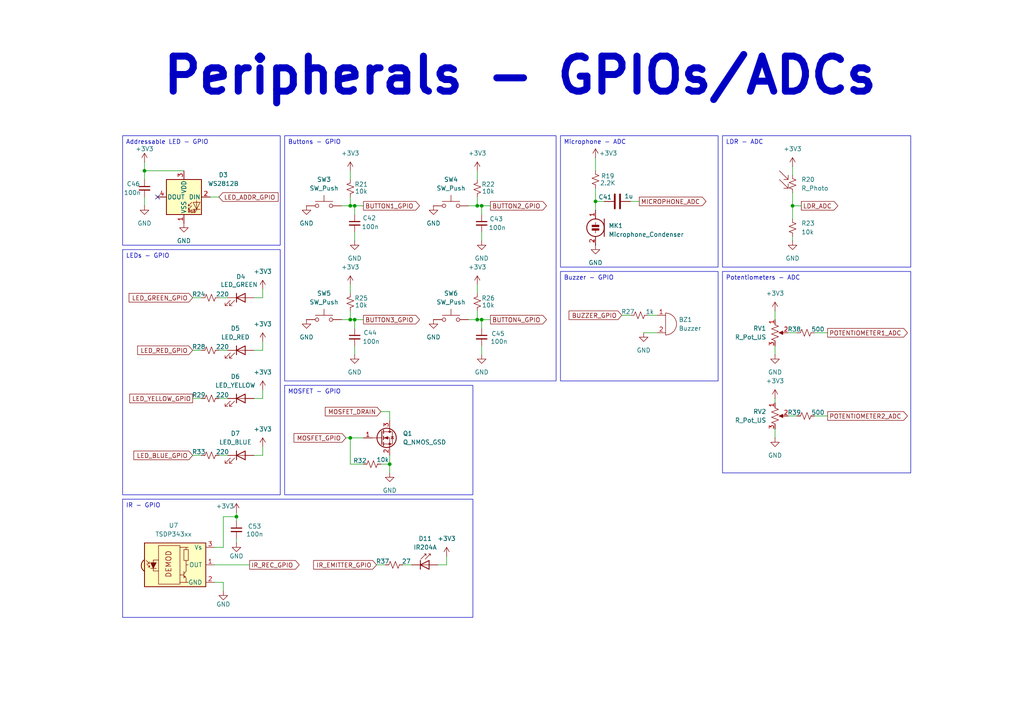
<source format=kicad_sch>
(kicad_sch (version 20250114) (generator "eeschema") (generator_version "9.0")
  (paper "A4")
  (title_block (title "Peripherals - GPIOs and ADCs") (company "Os Circuitados"))
  (lib_symbols
    (symbol "Device:Buzzer" (pin_names (offset 0.0254) (hide yes))
      (property "Reference" "BZ1" (at 3.81 1.2701 0))
      (property "Value" "Buzzer" (at 3.81 -1.2699 0))
      (symbol "Buzzer_0_1"
        (arc (start 0 3.175) (mid 3.1612 0) (end 0 -3.175))
        (polyline (pts (xy 0 3.175) (xy 0 -3.175)))
      )
      (symbol "Buzzer_1_1"
        (pin passive line (at -2.54 2.54 0) (length 2.54) (name "+") (number "1"))
        (pin passive line (at -2.54 -2.54 0) (length 2.54) (name "-") (number "2"))
      )
    )
    (symbol "Device:C" (pin_numbers (hide yes)) (pin_names (offset 0.254))
      (property "Reference" "C" (at 0.635 2.54 0))
      (property "Value" "C" (at 0.635 -2.54 0))
      (symbol "C_0_1"
        (polyline (pts (xy -2.032 0.762) (xy 2.032 0.762)) (stroke (width 0.508)))
        (polyline (pts (xy -2.032 -0.762) (xy 2.032 -0.762)) (stroke (width 0.508)))
      )
      (symbol "C_1_1"
        (pin passive line (at 0 3.81 270) (length 2.794) (name "~") (number "1"))
        (pin passive line (at 0 -3.81 90) (length 2.794) (name "~") (number "2"))
      )
    )
    (symbol "Device:C_Small" (pin_numbers (hide yes)) (pin_names (offset 0.254) (hide yes))
      (property "Reference" "C" (at 0.254 1.778 0))
      (property "Value" "C_Small" (at 0.254 -2.032 0))
      (symbol "C_Small_0_1"
        (polyline (pts (xy -1.524 0.508) (xy 1.524 0.508)) (stroke (width 0.3048)))
        (polyline (pts (xy -1.524 -0.508) (xy 1.524 -0.508)) (stroke (width 0.3302)))
      )
      (symbol "C_Small_1_1"
        (pin passive line (at 0 2.54 270) (length 2.032) (name "~") (number "1"))
        (pin passive line (at 0 -2.54 90) (length 2.032) (name "~") (number "2"))
      )
    )
    (symbol "Device:LED" (pin_numbers (hide yes)) (pin_names (offset 1.016) (hide yes))
      (property "Reference" "D" (at 0 2.54 0))
      (property "Value" "LED" (at 0 -2.54 0))
      (symbol "LED_0_1"
        (polyline (pts (xy -3.048 -0.762) (xy -4.572 -2.286) (xy -3.81 -2.286) (xy -4.572 -2.286) (xy -4.572 -1.524)))
        (polyline (pts (xy -1.778 -0.762) (xy -3.302 -2.286) (xy -2.54 -2.286) (xy -3.302 -2.286) (xy -3.302 -1.524)))
        (polyline (pts (xy -1.27 0) (xy 1.27 0)))
        (polyline (pts (xy -1.27 -1.27) (xy -1.27 1.27)) (stroke (width 0.254)))
        (polyline (pts (xy 1.27 -1.27) (xy 1.27 1.27) (xy -1.27 0) (xy 1.27 -1.27)) (stroke (width 0.254)))
      )
      (symbol "LED_1_1"
        (pin passive line (at -3.81 0 0) (length 2.54) (name "K") (number "1"))
        (pin passive line (at 3.81 0 180) (length 2.54) (name "A") (number "2"))
      )
    )
    (symbol "Device:Microphone_Condenser" (pin_names (offset 0.0254) (hide yes))
      (property "Reference" "MK" (at -3.302 1.27 0))
      (property "Value" "Microphone_Condenser" (at -3.302 -0.635 0))
      (symbol "Microphone_Condenser_0_1"
        (polyline (pts (xy -2.54 2.54) (xy -2.54 -2.54)) (stroke (width 0.254)))
        (polyline (pts (xy 0 0.762) (xy 0 1.524)))
        (circle (center 0 0) (radius 2.54) (stroke (width 0.254)))
        (polyline (pts (xy 0 -0.762) (xy 0 -1.524)))
        (polyline (pts (xy 0.254 3.81) (xy 0.762 3.81)))
        (polyline (pts (xy 0.508 4.064) (xy 0.508 3.556)))
        (rectangle (start 1.016 0.762) (end -1.016 0.254) (fill (type outline)))
        (rectangle (start 1.016 -0.254) (end -1.016 -0.762) (fill (type outline)))
      )
      (symbol "Microphone_Condenser_1_1"
        (pin passive line (at 0 5.08 270) (length 2.54) (name "+") (number "2"))
        (pin passive line (at 0 -5.08 90) (length 2.54) (name "-") (number "1"))
      )
    )
    (symbol "Device:R_Potentiometer_US" (pin_names (offset 1.016) (hide yes))
      (property "Reference" "RV" (at -4.445 0 90))
      (property "Value" "R_Potentiometer_US" (at -2.54 0 90))
      (symbol "R_Potentiometer_US_0_1"
        (polyline (pts (xy 0 2.54) (xy 0 2.286)))
        (polyline (pts (xy 0 2.286) (xy 1.016 1.905) (xy 0 1.524) (xy -1.016 1.143) (xy 0 0.762)))
        (polyline (pts (xy 0 0.762) (xy 1.016 0.381) (xy 0 0) (xy -1.016 -0.381) (xy 0 -0.762)))
        (polyline (pts (xy 0 -0.762) (xy 1.016 -1.143) (xy 0 -1.524) (xy -1.016 -1.905) (xy 0 -2.286)))
        (polyline (pts (xy 0 -2.286) (xy 0 -2.54)))
        (polyline (pts (xy 1.143 0) (xy 2.286 0.508) (xy 2.286 -0.508) (xy 1.143 0)) (fill (type outline)))
        (polyline (pts (xy 2.54 0) (xy 1.524 0)))
      )
      (symbol "R_Potentiometer_US_1_1"
        (pin passive line (at 0 3.81 270) (length 1.27) (name "1") (number "1"))
        (pin passive line (at 0 -3.81 90) (length 1.27) (name "3") (number "3"))
        (pin passive line (at 3.81 0 180) (length 1.27) (name "2") (number "2"))
      )
    )
    (symbol "Device:R_Small_US" (pin_numbers (hide yes)) (pin_names (offset 0.254) (hide yes))
      (property "Reference" "R" (at 0.762 0.508 0))
      (property "Value" "R_Small_US" (at 0.762 -1.016 0))
      (symbol "R_Small_US_1_1"
        (polyline (pts (xy 0 1.524) (xy 1.016 1.143) (xy 0 0.762) (xy -1.016 0.381) (xy 0 0)))
        (polyline (pts (xy 0 0) (xy 1.016 -0.381) (xy 0 -0.762) (xy -1.016 -1.143) (xy 0 -1.524)))
        (pin passive line (at 0 2.54 270) (length 1.016) (name "~") (number "1"))
        (pin passive line (at 0 -2.54 90) (length 1.016) (name "~") (number "2"))
      )
    )
    (symbol "Interface_Optical:TSDP343xx" (pin_names (offset 1.016))
      (property "Reference" "U" (at -10.16 7.62 0))
      (property "Value" "TSDP343xx" (at -10.16 -7.62 0))
      (symbol "TSDP343xx_0_0"
        (arc (start -10.287 -1.778) (mid -11.0899 -0.1905) (end -10.287 1.397) (stroke (width 0.254)) (fill (type background)))
        (polyline (pts (xy 1.905 5.08) (xy 0.127 5.08)))
        (polyline (pts (xy 1.905 -5.08) (xy 0.127 -5.08)))
        (text "DEMOD" (at -3.175 0.254 900) (effects (font (size 1.524 1.524))))
      )
      (symbol "TSDP343xx_0_1"
        (polyline (pts (xy -8.763 0.381) (xy -9.652 1.27)))
        (polyline (pts (xy -8.763 0.381) (xy -9.271 0.381)))
        (polyline (pts (xy -8.763 0.381) (xy -8.763 0.889)))
        (polyline (pts (xy -8.636 -0.635) (xy -9.525 0.254)))
        (polyline (pts (xy -8.636 -0.635) (xy -9.144 -0.635)))
        (polyline (pts (xy -8.636 -0.635) (xy -8.636 -0.127)))
        (polyline (pts (xy -8.382 0.635) (xy -6.731 0.635) (xy -7.62 -1.016) (xy -8.382 0.635)) (fill (type outline)))
        (polyline (pts (xy -8.382 -1.016) (xy -6.731 -1.016)))
        (rectangle (start -6.096 5.588) (end 0.127 -5.588))
        (polyline (pts (xy -6.096 1.397) (xy -7.62 1.397) (xy -7.62 -1.778) (xy -6.096 -1.778)))
        (polyline (pts (xy 1.27 -1.905) (xy 1.27 -3.81)))
        (polyline (pts (xy 1.27 -2.54) (xy 1.905 -1.905) (xy 1.905 0) (xy 2.54 0)))
        (polyline (pts (xy 1.27 -2.921) (xy 0.127 -2.921)))
        (polyline (pts (xy 1.27 -3.175) (xy 1.905 -3.81) (xy 1.905 -5.08) (xy 2.54 -5.08)))
        (polyline (pts (xy 1.397 -3.556) (xy 1.524 -3.556)))
        (polyline (pts (xy 1.651 -3.556) (xy 1.524 -3.556)))
        (polyline (pts (xy 1.651 -3.556) (xy 1.651 -3.302)))
        (polyline (pts (xy 1.905 4.445) (xy 1.905 5.08) (xy 2.54 5.08)))
        (polyline (pts (xy 1.905 0) (xy 1.905 1.27)))
        (rectangle (start 2.54 1.27) (end 1.27 4.445))
        (rectangle (start 7.62 6.35) (end -10.16 -6.35) (stroke (width 0.254)) (fill (type background)))
      )
      (symbol "TSDP343xx_1_1"
        (pin power_in line (at 10.16 5.08 180) (length 2.54) (name "Vs") (number "3"))
        (pin output line (at 10.16 0 180) (length 2.54) (name "OUT") (number "1"))
        (pin power_in line (at 10.16 -5.08 180) (length 2.54) (name "GND") (number "2"))
      )
    )
    (symbol "LED:IR204A" (pin_numbers (hide yes)) (pin_names (offset 1.016) (hide yes))
      (property "Reference" "D" (at 0.508 1.778 0))
      (property "Value" "IR204A" (at -1.016 -2.794 0))
      (symbol "IR204A_0_1"
        (polyline (pts (xy -2.54 1.27) (xy -2.54 -1.27)) (stroke (width 0.254)))
        (polyline (pts (xy -2.413 1.651) (xy -0.889 3.175) (xy -0.889 2.667) (xy -0.889 3.175) (xy -1.397 3.175)))
        (polyline (pts (xy -1.143 1.651) (xy 0.381 3.175) (xy 0.381 2.667)))
        (polyline (pts (xy 0 1.27) (xy -2.54 0) (xy 0 -1.27) (xy 0 1.27)) (stroke (width 0.254)))
        (polyline (pts (xy 0 0) (xy -2.54 0)))
        (polyline (pts (xy 0.381 3.175) (xy -0.127 3.175)))
      )
      (symbol "IR204A_1_1"
        (pin passive line (at -5.08 0 0) (length 2.54) (name "K") (number "1"))
        (pin passive line (at 2.54 0 180) (length 2.54) (name "A") (number "2"))
      )
    )
    (symbol "R_Small_US_1" (pin_numbers (hide yes)) (pin_names (offset 0.254) (hide yes))
      (property "Reference" "R18" (at 2.54 1.2701 0))
      (property "Value" "R_Small_US" (at 2.54 -1.2699 0))
      (symbol "R_Small_US_1_0_1"
        (polyline (pts (xy -3.81 3.81) (xy -1.27 1.27) (xy -2.54 1.27) (xy -1.27 1.27) (xy -1.27 2.54)))
        (polyline (pts (xy -3.81 1.27) (xy -1.27 -1.27) (xy -2.54 -1.27) (xy -1.27 -1.27) (xy -1.27 0)))
      )
      (symbol "R_Small_US_1_1_1"
        (polyline (pts (xy 0 1.524) (xy 1.016 1.143) (xy 0 0.762) (xy -1.016 0.381) (xy 0 0)))
        (polyline (pts (xy 0 0) (xy 1.016 -0.381) (xy 0 -0.762) (xy -1.016 -1.143) (xy 0 -1.524)))
        (pin passive line (at 0 2.54 270) (length 1.016) (name "~") (number "1"))
        (pin passive line (at 0 -2.54 90) (length 1.016) (name "~") (number "2"))
      )
    )
    (symbol "Switch:SW_Push" (pin_numbers (hide yes)) (pin_names (offset 1.016) (hide yes))
      (property "Reference" "SW" (at 1.27 2.54 0))
      (property "Value" "SW_Push" (at 0 -1.524 0))
      (symbol "SW_Push_0_1"
        (circle (center -2.032 0) (radius 0.508))
        (polyline (pts (xy 0 1.27) (xy 0 3.048)))
        (circle (center 2.032 0) (radius 0.508))
        (polyline (pts (xy 2.54 1.27) (xy -2.54 1.27)))
        (pin passive line (at -5.08 0 0) (length 2.54) (name "1") (number "1"))
        (pin passive line (at 5.08 0 180) (length 2.54) (name "2") (number "2"))
      )
    )
    (symbol "Transistor_FET:Q_NMOS_GSD" (pin_names (offset 0) (hide yes))
      (property "Reference" "Q" (at 5.08 1.905 0))
      (property "Value" "Q_NMOS_GSD" (at 5.08 0 0))
      (symbol "Q_NMOS_GSD_0_1"
        (polyline (pts (xy 0.254 1.905) (xy 0.254 -1.905)) (stroke (width 0.254)))
        (polyline (pts (xy 0.254 0) (xy -2.54 0)))
        (polyline (pts (xy 0.762 2.286) (xy 0.762 1.27)) (stroke (width 0.254)))
        (polyline (pts (xy 0.762 0.508) (xy 0.762 -0.508)) (stroke (width 0.254)))
        (polyline (pts (xy 0.762 -1.27) (xy 0.762 -2.286)) (stroke (width 0.254)))
        (polyline (pts (xy 0.762 -1.778) (xy 3.302 -1.778) (xy 3.302 1.778) (xy 0.762 1.778)))
        (polyline (pts (xy 1.016 0) (xy 2.032 0.381) (xy 2.032 -0.381) (xy 1.016 0)) (fill (type outline)))
        (circle (center 1.651 0) (radius 2.794) (stroke (width 0.254)))
        (polyline (pts (xy 2.54 2.54) (xy 2.54 1.778)))
        (circle (center 2.54 1.778) (radius 0.254) (fill (type outline)))
        (circle (center 2.54 -1.778) (radius 0.254) (fill (type outline)))
        (polyline (pts (xy 2.54 -2.54) (xy 2.54 0) (xy 0.762 0)))
        (polyline (pts (xy 2.921 0.381) (xy 3.683 0.381)))
        (polyline (pts (xy 3.302 0.381) (xy 2.921 -0.254) (xy 3.683 -0.254) (xy 3.302 0.381)))
      )
      (symbol "Q_NMOS_GSD_1_1"
        (pin input line (at -5.08 0 0) (length 2.54) (name "G") (number "1"))
        (pin passive line (at 2.54 5.08 270) (length 2.54) (name "D") (number "3"))
        (pin passive line (at 2.54 -5.08 90) (length 2.54) (name "S") (number "2"))
      )
    )
    (symbol "WS2812B_1" (pin_names (offset 0.254))
      (property "Reference" "D2" (at 11.43 6.4202 0))
      (property "Value" "WS2812B" (at 11.43 3.8802 0))
      (symbol "WS2812B_1_0_0"
        (text "RGB" (at 2.286 -4.191 0) (effects (font (size 0.762 0.762))))
      )
      (symbol "WS2812B_1_0_1"
        (rectangle (start -5.08 5.08) (end 5.08 -5.08) (stroke (width 0.254)) (fill (type background)))
        (polyline (pts (xy 1.27 -2.54) (xy 1.778 -2.54)))
        (polyline (pts (xy 1.27 -3.556) (xy 1.778 -3.556)))
        (polyline (pts (xy 2.286 -1.524) (xy 1.27 -2.54) (xy 1.27 -2.032)))
        (polyline (pts (xy 2.286 -2.54) (xy 1.27 -3.556) (xy 1.27 -3.048)))
        (polyline (pts (xy 3.683 -1.016) (xy 3.683 -3.556) (xy 3.683 -4.064)))
        (polyline (pts (xy 4.699 -1.524) (xy 2.667 -1.524) (xy 3.683 -3.556) (xy 4.699 -1.524)))
        (polyline (pts (xy 4.699 -3.556) (xy 2.667 -3.556)))
      )
      (symbol "WS2812B_1_1_1"
        (pin passive line (at -7.62 0 0) (length 2.54) (name "DOUT") (number "4"))
        (pin passive line (at 0 7.62 270) (length 2.54) (name "VDD") (number "3"))
        (pin passive line (at 0 -7.62 90) (length 2.54) (name "VSS") (number "1"))
        (pin passive line (at 7.62 0 180) (length 2.54) (name "DIN") (number "2"))
      )
    )
    (symbol "power:+3V3" (power) (pin_numbers (hide yes)) (pin_names (offset 0) (hide yes))
      (property "Value" "+3V3" (at 0 3.556 0))
      (symbol "+3V3_0_1"
        (polyline (pts (xy -0.762 1.27) (xy 0 2.54)))
        (polyline (pts (xy 0 2.54) (xy 0.762 1.27)))
        (polyline (pts (xy 0 0) (xy 0 2.54)))
      )
      (symbol "+3V3_1_1"
        (pin power_in line (at 0 0 90) (length 0) (name "~") (number "1"))
      )
    )
    (symbol "power:GND" (power) (pin_numbers (hide yes)) (pin_names (offset 0) (hide yes))
      (property "Value" "GND" (at 0 -3.81 0))
      (symbol "GND_0_1"
        (polyline (pts (xy 0 0) (xy 0 -1.27) (xy 1.27 -1.27) (xy 0 -2.54) (xy -1.27 -1.27) (xy 0 -1.27)))
      )
      (symbol "GND_1_1"
        (pin power_in line (at 0 0 270) (length 0) (name "~") (number "1"))
      )
    )
  )
  (text "Peripherals - GPIOs/ADCs" (at 150.876 22.098 0) (effects (font (size 10.16 10.16) (thickness 2.032) (bold yes))))
  (text_box "Addressable LED - GPIO" (at 35.56 39.37 0) (size 45.72 31.75) (margins 0.9525 0.9525 0.9525 0.9525) (effects (font (size 1.27 1.27)) (justify left top)))
  (text_box "IR - GPIO" (at 35.56 144.78 0) (size 101.6 34.29) (margins 0.9525 0.9525 0.9525 0.9525) (effects (font (size 1.27 1.27)) (justify left top)))
  (text_box "Microphone - ADC" (at 162.56 39.37 0) (size 45.72 38.1) (margins 0.9525 0.9525 0.9525 0.9525) (effects (font (size 1.27 1.27)) (justify left top)))
  (text_box "MOSFET - GPIO" (at 82.55 111.76 0) (size 54.61 31.75) (margins 0.9525 0.9525 0.9525 0.9525) (effects (font (size 1.27 1.27)) (justify left top)))
  (text_box "LDR - ADC" (at 209.55 39.37 0) (size 54.61 38.1) (margins 0.9525 0.9525 0.9525 0.9525) (effects (font (size 1.27 1.27)) (justify left top)))
  (text_box "Buttons - GPIO" (at 82.55 39.37 0) (size 78.74 71.12) (margins 0.9525 0.9525 0.9525 0.9525) (effects (font (size 1.27 1.27)) (justify left top)))
  (text_box "Buzzer - GPIO" (at 162.56 78.74 0) (size 45.72 31.75) (margins 0.9525 0.9525 0.9525 0.9525) (effects (font (size 1.27 1.27)) (justify left top)))
  (text_box "Potentiometers - ADC" (at 209.55 78.74 0) (size 54.61 58.42) (margins 0.9525 0.9525 0.9525 0.9525) (effects (font (size 1.27 1.27)) (justify left top)))
  (text_box "LEDs - GPIO" (at 35.56 72.39 0) (size 45.72 71.12) (margins 0.9525 0.9525 0.9525 0.9525) (effects (font (size 1.27 1.27)) (justify left top)))
  (junction (at 101.6 59.69))
  (junction (at 172.72 58.42))
  (junction (at 102.87 92.71))
  (junction (at 138.43 92.71))
  (junction (at 41.91 49.53))
  (junction (at 101.6 127))
  (junction (at 101.6 92.71))
  (junction (at 139.7 92.71))
  (junction (at 139.7 59.69))
  (junction (at 229.87 59.69))
  (junction (at 138.43 59.69))
  (junction (at 68.58 149.86))
  (junction (at 113.03 134.62))
  (junction (at 102.87 59.69))
  (no_connect (at 45.72 57.15))
  (wire (pts (xy 224.79 115.57) (xy 224.79 116.84)))
  (wire (pts (xy 41.91 57.15) (xy 41.91 59.69)))
  (wire (pts (xy 110.49 119.38) (xy 113.03 119.38)))
  (wire (pts (xy 139.7 67.31) (xy 139.7 69.85)))
  (wire (pts (xy 101.6 85.09) (xy 101.6 82.55)))
  (wire (pts (xy 129.54 161.29) (xy 129.54 163.83)))
  (wire (pts (xy 63.5 132.08) (xy 66.04 132.08)))
  (wire (pts (xy 236.22 120.65) (xy 240.03 120.65)))
  (wire (pts (xy 138.43 52.07) (xy 138.43 49.53)))
  (wire (pts (xy 139.7 92.71) (xy 139.7 95.25)))
  (wire (pts (xy 76.2 129.54) (xy 76.2 132.08)))
  (wire (pts (xy 102.87 67.31) (xy 102.87 69.85)))
  (wire (pts (xy 99.06 59.69) (xy 101.6 59.69)))
  (wire (pts (xy 139.7 92.71) (xy 142.24 92.71)))
  (wire (pts (xy 64.77 149.86) (xy 68.58 149.86)))
  (wire (pts (xy 110.49 134.62) (xy 113.03 134.62)))
  (wire (pts (xy 68.58 156.21) (xy 68.58 157.48)))
  (wire (pts (xy 101.6 134.62) (xy 105.41 134.62)))
  (wire (pts (xy 55.88 101.6) (xy 58.42 101.6)))
  (wire (pts (xy 113.03 137.16) (xy 113.03 134.62)))
  (wire (pts (xy 113.03 132.08) (xy 113.03 134.62)))
  (wire (pts (xy 101.6 90.17) (xy 101.6 92.71)))
  (wire (pts (xy 101.6 92.71) (xy 102.87 92.71)))
  (wire (pts (xy 64.77 168.91) (xy 62.23 168.91)))
  (wire (pts (xy 232.41 59.69) (xy 229.87 59.69)))
  (wire (pts (xy 101.6 127) (xy 105.41 127)))
  (wire (pts (xy 175.26 58.42) (xy 172.72 58.42)))
  (wire (pts (xy 99.06 92.71) (xy 101.6 92.71)))
  (wire (pts (xy 73.66 101.6) (xy 76.2 101.6)))
  (wire (pts (xy 139.7 100.33) (xy 139.7 102.87)))
  (wire (pts (xy 138.43 57.15) (xy 138.43 59.69)))
  (wire (pts (xy 228.6 96.52) (xy 231.14 96.52)))
  (wire (pts (xy 55.88 115.57) (xy 58.42 115.57)))
  (wire (pts (xy 135.89 59.69) (xy 138.43 59.69)))
  (wire (pts (xy 73.66 86.36) (xy 76.2 86.36)))
  (wire (pts (xy 224.79 100.33) (xy 224.79 102.87)))
  (wire (pts (xy 127 163.83) (xy 129.54 163.83)))
  (wire (pts (xy 228.6 120.65) (xy 231.14 120.65)))
  (wire (pts (xy 100.33 127) (xy 101.6 127)))
  (wire (pts (xy 138.43 90.17) (xy 138.43 92.71)))
  (wire (pts (xy 229.87 59.69) (xy 229.87 63.5)))
  (wire (pts (xy 180.34 91.44) (xy 182.88 91.44)))
  (wire (pts (xy 229.87 48.26) (xy 229.87 50.8)))
  (wire (pts (xy 172.72 45.72) (xy 172.72 49.53)))
  (wire (pts (xy 55.88 86.36) (xy 58.42 86.36)))
  (wire (pts (xy 119.38 163.83) (xy 116.84 163.83)))
  (wire (pts (xy 102.87 59.69) (xy 102.87 62.23)))
  (wire (pts (xy 101.6 127) (xy 101.6 134.62)))
  (wire (pts (xy 41.91 46.99) (xy 41.91 49.53)))
  (wire (pts (xy 186.69 96.52) (xy 190.5 96.52)))
  (wire (pts (xy 102.87 100.33) (xy 102.87 102.87)))
  (wire (pts (xy 76.2 83.82) (xy 76.2 86.36)))
  (wire (pts (xy 60.96 57.15) (xy 63.5 57.15)))
  (wire (pts (xy 138.43 59.69) (xy 139.7 59.69)))
  (wire (pts (xy 63.5 115.57) (xy 66.04 115.57)))
  (wire (pts (xy 182.88 58.42) (xy 185.42 58.42)))
  (wire (pts (xy 113.03 121.92) (xy 113.03 119.38)))
  (wire (pts (xy 41.91 49.53) (xy 41.91 52.07)))
  (wire (pts (xy 138.43 92.71) (xy 139.7 92.71)))
  (wire (pts (xy 101.6 52.07) (xy 101.6 49.53)))
  (wire (pts (xy 101.6 59.69) (xy 102.87 59.69)))
  (wire (pts (xy 102.87 92.71) (xy 102.87 95.25)))
  (wire (pts (xy 64.77 149.86) (xy 64.77 158.75)))
  (wire (pts (xy 111.76 163.83) (xy 109.22 163.83)))
  (wire (pts (xy 102.87 92.71) (xy 105.41 92.71)))
  (wire (pts (xy 68.58 148.59) (xy 68.58 149.86)))
  (wire (pts (xy 63.5 101.6) (xy 66.04 101.6)))
  (wire (pts (xy 172.72 54.61) (xy 172.72 58.42)))
  (wire (pts (xy 55.88 132.08) (xy 58.42 132.08)))
  (wire (pts (xy 172.72 58.42) (xy 172.72 60.96)))
  (wire (pts (xy 139.7 59.69) (xy 139.7 62.23)))
  (wire (pts (xy 63.5 86.36) (xy 66.04 86.36)))
  (wire (pts (xy 68.58 149.86) (xy 68.58 151.13)))
  (wire (pts (xy 236.22 96.52) (xy 240.03 96.52)))
  (wire (pts (xy 76.2 99.06) (xy 76.2 101.6)))
  (wire (pts (xy 187.96 91.44) (xy 190.5 91.44)))
  (wire (pts (xy 139.7 59.69) (xy 142.24 59.69)))
  (wire (pts (xy 73.66 115.57) (xy 76.2 115.57)))
  (wire (pts (xy 102.87 59.69) (xy 105.41 59.69)))
  (wire (pts (xy 76.2 113.03) (xy 76.2 115.57)))
  (wire (pts (xy 229.87 69.85) (xy 229.87 68.58)))
  (wire (pts (xy 62.23 163.83) (xy 72.39 163.83)))
  (wire (pts (xy 135.89 92.71) (xy 138.43 92.71)))
  (wire (pts (xy 64.77 158.75) (xy 62.23 158.75)))
  (wire (pts (xy 64.77 171.45) (xy 64.77 168.91)))
  (wire (pts (xy 224.79 90.17) (xy 224.79 92.71)))
  (wire (pts (xy 138.43 85.09) (xy 138.43 82.55)))
  (wire (pts (xy 41.91 49.53) (xy 53.34 49.53)))
  (wire (pts (xy 229.87 55.88) (xy 229.87 59.69)))
  (wire (pts (xy 101.6 57.15) (xy 101.6 59.69)))
  (wire (pts (xy 73.66 132.08) (xy 76.2 132.08)))
  (wire (pts (xy 224.79 124.46) (xy 224.79 127)))
  (global_label "BUTTON4_GPIO" (shape output) (at 142.24 92.71 0) (property "Intersheetrefs" "${INTERSHEET_REFS}" (effects (hide yes))))
  (global_label "BUTTON1_GPIO" (shape output) (at 105.41 59.69 0) (property "Intersheetrefs" "${INTERSHEET_REFS}" (effects (hide yes))))
  (global_label "POTENTIOMETER1_ADC" (shape output) (at 240.03 96.52 0) (property "Intersheetrefs" "${INTERSHEET_REFS}" (effects (hide yes))))
  (global_label "BUTTON3_GPIO" (shape output) (at 105.41 92.71 0) (property "Intersheetrefs" "${INTERSHEET_REFS}" (effects (hide yes))))
  (global_label "IR_EMITTER_GPIO" (shape input) (at 109.22 163.83 180) (property "Intersheetrefs" "${INTERSHEET_REFS}" (effects (hide yes))))
  (global_label "BUZZER_GPIO" (shape input) (at 180.34 91.44 180) (property "Intersheetrefs" "${INTERSHEET_REFS}" (effects (hide yes))))
  (global_label "LED_BLUE_GPIO" (shape input) (at 55.88 132.08 180) (property "Intersheetrefs" "${INTERSHEET_REFS}" (effects (hide yes))))
  (global_label "LED_RED_GPIO" (shape input) (at 55.88 101.6 180) (property "Intersheetrefs" "${INTERSHEET_REFS}" (effects (hide yes))))
  (global_label "MOSFET_DRAIN" (shape input) (at 110.49 119.38 180) (property "Intersheetrefs" "${INTERSHEET_REFS}" (effects (hide yes))))
  (global_label "BUTTON2_GPIO" (shape output) (at 142.24 59.69 0) (property "Intersheetrefs" "${INTERSHEET_REFS}" (effects (hide yes))))
  (global_label "LDR_ADC" (shape output) (at 232.41 59.69 0) (property "Intersheetrefs" "${INTERSHEET_REFS}" (effects (hide yes))))
  (global_label "MOSFET_GPIO" (shape input) (at 100.33 127 180) (property "Intersheetrefs" "${INTERSHEET_REFS}" (effects (hide yes))))
  (global_label "LED_ADDR_GPIO" (shape input) (at 63.5 57.15 0) (property "Intersheetrefs" "${INTERSHEET_REFS}" (effects (hide yes))))
  (global_label "MICROPHONE_ADC" (shape output) (at 185.42 58.42 0) (property "Intersheetrefs" "${INTERSHEET_REFS}" (effects (hide yes))))
  (global_label "IR_REC_GPIO" (shape output) (at 72.39 163.83 0) (property "Intersheetrefs" "${INTERSHEET_REFS}" (effects (hide yes))))
  (global_label "POTENTIOMETER2_ADC" (shape output) (at 240.03 120.65 0) (property "Intersheetrefs" "${INTERSHEET_REFS}" (effects (hide yes))))
  (global_label "LED_YELLOW_GPIO" (shape passive) (at 55.88 115.57 180) (property "Intersheetrefs" "${INTERSHEET_REFS}" (effects (hide yes))))
  (global_label "LED_GREEN_GPIO" (shape input) (at 55.88 86.36 180) (property "Intersheetrefs" "${INTERSHEET_REFS}" (effects (hide yes))))
  (symbol (lib_id "power:GND") (at 68.58 157.48 0) (unit 1)
    (property "Reference" "#PWR0139" (effects (hide yes)))
    (property "Value" "GND" (at 68.58 161.29 0))
    (property "Description" "Power symbol creates a global label with name \"GND\" , ground" (effects (hide yes)))
  )
  (symbol (lib_id "power:+3V3") (at 224.79 115.57 0) (unit 1)
    (property "Reference" "#PWR0111" (effects (hide yes)))
    (property "Value" "+3V3" (at 224.79 110.49 0))
    (property "Description" "Power symbol creates a global label with name \"+3V3\"" (effects (hide yes)))
  )
  (symbol (lib_id "Device:C_Small") (at 68.58 153.67 0) (unit 1)
    (property "Reference" "C53" (at 71.882 152.654 0) (effects (justify left)))
    (property "Value" "100n" (at 71.374 154.94 0) (effects (justify left)))
    (property "Footprint" "Capacitor_SMD:C_0402_1005Metric" (effects (hide yes)))
    (property "Datasheet" "https://www.digikey.com.br/en/products/detail/samsung-electro-mechanics/CL05B104KA5NNNC/5961204" (effects (hide yes)))
    (property "Description" "Unpolarized capacitor, small symbol" (effects (hide yes)))
    (property "MPN" "CL05B104KA5NNNC" (effects (hide yes)))
  )
  (symbol (lib_id "power:+3V3") (at 138.43 49.53 0) (unit 1)
    (property "Reference" "#PWR091" (effects (hide yes)))
    (property "Value" "+3V3" (at 138.43 44.45 0))
    (property "Description" "Power symbol creates a global label with name \"+3V3\"" (effects (hide yes)))
  )
  (symbol (lib_id "power:+3V3") (at 68.58 148.59 0) (unit 1)
    (property "Reference" "#PWR0137" (effects (hide yes)))
    (property "Value" "+3V3" (at 65.278 146.812 0))
    (property "Description" "Power symbol creates a global label with name \"+3V3\"" (effects (hide yes)))
  )
  (symbol (lib_id "power:+3V3") (at 76.2 83.82 0) (unit 1)
    (property "Reference" "#PWR0101" (effects (hide yes)))
    (property "Value" "+3V3" (at 76.2 78.74 0))
    (property "Description" "Power symbol creates a global label with name \"+3V3\"" (effects (hide yes)))
  )
  (symbol (lib_id "Device:LED") (at 69.85 101.6 0) (unit 1)
    (property "Reference" "D5" (at 68.2625 95.25 0))
    (property "Value" "LED_RED" (at 68.2625 97.79 0))
    (property "Footprint" "LED_SMD:LED_0603_1608Metric" (effects (hide yes)))
    (property "Datasheet" "https://www.digikey.com.br/en/products/detail/qt-brightek-qtb/QBLP601-R3-2943/14664293?s=N4IgTCBcDaIIoCEAyAFAbABgIwFoBKAzDmAJwAsBIAugL5A" (effects (hide yes)))
    (property "Description" "Light emitting diode" (effects (hide yes)))
    (property "Sim.Pins" "1=K 2=A" (effects (hide yes)))
    (property "MPN" "QBLP601-R3-2943" (effects (hide yes)))
  )
  (symbol (lib_id "power:+3V3") (at 76.2 113.03 0) (unit 1)
    (property "Reference" "#PWR0110" (effects (hide yes)))
    (property "Value" "+3V3" (at 76.2 107.95 0))
    (property "Description" "Power symbol creates a global label with name \"+3V3\"" (effects (hide yes)))
  )
  (symbol (lib_name "R_Small_US_1") (lib_id "Device:R_Small_US") (at 229.87 53.34 0) (unit 1)
    (property "Reference" "R20" (at 232.41 52.0699 0) (effects (justify left)))
    (property "Value" "R_Photo" (at 232.41 54.6099 0) (effects (justify left)))
    (property "Footprint" "OptoDevice:R_LDR_5.1x4.3mm_P3.4mm_Vertical" (effects (hide yes)))
    (property "Datasheet" "https://www.digikey.com.br/en/products/detail/advanced-photonix/PDV-P8103/480610?s=N4IgTCBcDaIAoBEBqBaOAOAjABgMwgF0BfIA" (effects (hide yes)))
    (property "Description" "Photoresistor" (effects (hide yes)))
    (property "MPN" "PDV-P8103" (effects (hide yes)))
  )
  (symbol (lib_id "Device:R_Small_US") (at 185.42 91.44 90) (unit 1)
    (property "Reference" "R27" (at 182.118 90.424 90))
    (property "Value" "1k" (at 188.468 90.424 90))
    (property "Footprint" "Resistor_SMD:R_0402_1005Metric" (effects (hide yes)))
    (property "Datasheet" "https://www.digikey.com.br/en/products/detail/yageo/RC0402JR-071KL/726408" (effects (hide yes)))
    (property "Description" "Resistor, small US symbol" (effects (hide yes)))
    (property "MPN" "RC0402JR-071KL" (effects (hide yes)))
  )
  (symbol (lib_id "power:+3V3") (at 129.54 161.29 0) (unit 1)
    (property "Reference" "#PWR0138" (effects (hide yes)))
    (property "Value" "+3V3" (at 129.54 156.21 0))
    (property "Description" "Power symbol creates a global label with name \"+3V3\"" (effects (hide yes)))
  )
  (symbol (lib_id "Device:R_Small_US") (at 172.72 52.07 0) (unit 1)
    (property "Reference" "R19" (at 176.276 51.054 0))
    (property "Value" "2.2K" (at 176.276 53.086 0))
    (property "Footprint" "Resistor_SMD:R_0402_1005Metric" (effects (hide yes)))
    (property "Datasheet" "https://www.digikey.com.br/en/products/detail/panasonic-electronic-components/ERA-2AEB222X/1706013" (effects (hide yes)))
    (property "Description" "Resistor, small US symbol" (effects (hide yes)))
    (property "MPN" "ERA-2AEB222X" (effects (hide yes)))
  )
  (symbol (lib_id "power:GND") (at 88.9 92.71 0) (unit 1)
    (property "Reference" "#PWR0103" (effects (hide yes)))
    (property "Value" "GND" (at 88.9 97.79 0))
    (property "Description" "Power symbol creates a global label with name \"GND\" , ground" (effects (hide yes)))
  )
  (symbol (lib_id "Device:LED") (at 69.85 115.57 0) (unit 1)
    (property "Reference" "D6" (at 68.2625 109.22 0))
    (property "Value" "LED_YELLOW" (at 68.2625 111.76 0))
    (property "Footprint" "LED_SMD:LED_0603_1608Metric" (effects (hide yes)))
    (property "Datasheet" "https://www.digikey.com.br/en/products/detail/ams-osram-usa-inc/LY-Q976-01-Q1R2-36-1/21556496" (effects (hide yes)))
    (property "Description" "Light emitting diode" (effects (hide yes)))
    (property "Sim.Pins" "1=K 2=A" (effects (hide yes)))
    (property "MPN" "LY Q976.01-Q1R2-36-1" (effects (hide yes)))
  )
  (symbol (lib_id "Device:R_Small_US") (at 138.43 87.63 0) (mirror x) (unit 1)
    (property "Reference" "R26" (at 141.605 86.487 0))
    (property "Value" "10k" (at 141.605 88.519 0))
    (property "Footprint" "Resistor_SMD:R_0402_1005Metric" (effects (hide yes)))
    (property "Datasheet" "https://www.digikey.com.br/en/products/detail/yageo/RC0402JR-0710KL/726418?s=N4IgTCBcDaIEoGEAMAWJYBScC0SDsAjEgNIAyIAugL5A" (effects (hide yes)))
    (property "Description" "Resistor, small US symbol" (effects (hide yes)))
    (property "MPN" "RC0402JR-0710KL" (effects (hide yes)))
  )
  (symbol (lib_id "Device:Microphone_Condenser") (at 172.72 66.04 180) (unit 1)
    (property "Reference" "MK1" (at 176.53 65.4684 0) (effects (justify right)))
    (property "Value" "Microphone_Condenser" (at 176.53 68.0084 0) (effects (justify right)))
    (property "Footprint" "peripherals1:CMEJ-0415_CUD" (effects (hide yes)))
    (property "Datasheet" "https://www.digikey.com.br/en/products/detail/same-sky-formerly-cui-devices/CMEJ-0415-42-P/10253451?s=N4IgTCBcDaIMIFkCiApAtABgCwEYCsaWYaACiALoC%2BQA" (effects (hide yes)))
    (property "Description" "Condenser microphone" (effects (hide yes)))
    (property "MPN" "CMEJ-0415-42-P" (effects (hide yes)))
  )
  (symbol (lib_id "power:+3V3") (at 41.91 46.99 0) (unit 1)
    (property "Reference" "#PWR089" (effects (hide yes)))
    (property "Value" "+3V3" (at 41.91 43.18 0))
    (property "Description" "Power symbol creates a global label with name \"+3V3\"" (effects (hide yes)))
  )
  (symbol (lib_id "power:+3V3") (at 101.6 49.53 0) (unit 1)
    (property "Reference" "#PWR090" (effects (hide yes)))
    (property "Value" "+3V3" (at 101.6 44.45 0))
    (property "Description" "Power symbol creates a global label with name \"+3V3\"" (effects (hide yes)))
  )
  (symbol (lib_id "Device:R_Small_US") (at 229.87 66.04 0) (unit 1)
    (property "Reference" "R23" (at 232.41 64.7699 0) (effects (justify left)))
    (property "Value" "10k" (at 232.41 67.3099 0) (effects (justify left)))
    (property "Footprint" "Resistor_SMD:R_0402_1005Metric" (effects (hide yes)))
    (property "Datasheet" "https://www.digikey.com.br/en/products/detail/yageo/RC0402JR-0710KL/726418?s=N4IgTCBcDaIEoGEAMAWJYBScC0SDsAjEgNIAyIAugL5A" (effects (hide yes)))
    (property "Description" "Resistor, small US symbol" (effects (hide yes)))
    (property "MPN" "RC0402JR-0710KL" (effects (hide yes)))
  )
  (symbol (lib_id "power:GND") (at 139.7 69.85 0) (unit 1)
    (property "Reference" "#PWR096" (effects (hide yes)))
    (property "Value" "GND" (at 139.7 74.93 0))
    (property "Description" "Power symbol creates a global label with name \"GND\" , ground" (effects (hide yes)))
  )
  (symbol (lib_id "Device:R_Small_US") (at 60.96 115.57 90) (unit 1)
    (property "Reference" "R29" (at 57.658 114.554 90))
    (property "Value" "220" (at 64.516 114.554 90))
    (property "Footprint" "Resistor_SMD:R_0402_1005Metric" (effects (hide yes)))
    (property "Datasheet" "https://www.digikey.com.br/en/products/detail/panasonic-electronic-components/ERJ-2RKF2202X/1746152" (effects (hide yes)))
    (property "Description" "Resistor, small US symbol" (effects (hide yes)))
    (property "MPN" "ERJ-2RKF2202X" (effects (hide yes)))
  )
  (symbol (lib_id "power:GND") (at 186.69 96.52 0) (unit 1)
    (property "Reference" "#PWR0105" (effects (hide yes)))
    (property "Value" "GND" (at 186.69 101.6 0))
    (property "Description" "Power symbol creates a global label with name \"GND\" , ground" (effects (hide yes)))
  )
  (symbol (lib_id "Device:R_Small_US") (at 233.68 120.65 90) (unit 1)
    (property "Reference" "R39" (at 230.378 119.634 90))
    (property "Value" "500" (at 237.236 119.634 90))
    (property "Footprint" "Resistor_SMD:R_0402_1005Metric" (effects (hide yes)))
    (property "Datasheet" "https://www.digikey.com.br/en/products/detail/yageo/RT0402FRE07500RL/17011324" (effects (hide yes)))
    (property "Description" "Resistor, small US symbol" (effects (hide yes)))
    (property "MPN" "RT0402FRE07500RL" (effects (hide yes)))
  )
  (symbol (lib_id "Device:C_Small") (at 102.87 64.77 0) (unit 1)
    (property "Reference" "C42" (at 105.156 63.246 0) (effects (justify left)))
    (property "Value" "100n" (at 104.902 65.786 0) (effects (justify left)))
    (property "Footprint" "Capacitor_SMD:C_0402_1005Metric" (effects (hide yes)))
    (property "Datasheet" "https://www.digikey.com.br/en/products/detail/samsung-electro-mechanics/CL05B104KA5NNNC/5961204" (effects (hide yes)))
    (property "Description" "Unpolarized capacitor, small symbol" (effects (hide yes)))
    (property "MPN" "CL05B104KA5NNNC" (effects (hide yes)))
  )
  (symbol (lib_id "Device:LED") (at 69.85 86.36 0) (unit 1)
    (property "Reference" "D4" (at 69.85 80.264 0))
    (property "Value" "LED_GREEN" (at 69.342 82.55 0))
    (property "Footprint" "LED_SMD:LED_0603_1608Metric" (effects (hide yes)))
    (property "Datasheet" "https://www.digikey.com.br/en/products/detail/ams-osram-usa-inc/LG-Q976-01-MGNI-35-1/21556493" (effects (hide yes)))
    (property "Description" "Light emitting diode" (effects (hide yes)))
    (property "Sim.Pins" "1=K 2=A" (effects (hide yes)))
    (property "MPN" "LG Q976.01-MGNI-35-1" (effects (hide yes)))
  )
  (symbol (lib_id "power:GND") (at 125.73 92.71 0) (unit 1)
    (property "Reference" "#PWR0104" (effects (hide yes)))
    (property "Value" "GND" (at 125.73 97.79 0))
    (property "Description" "Power symbol creates a global label with name \"GND\" , ground" (effects (hide yes)))
  )
  (symbol (lib_id "Device:R_Small_US") (at 60.96 86.36 90) (unit 1)
    (property "Reference" "R24" (at 57.658 85.344 90))
    (property "Value" "220" (at 64.516 85.344 90))
    (property "Footprint" "Resistor_SMD:R_0402_1005Metric" (effects (hide yes)))
    (property "Datasheet" "https://www.digikey.com.br/en/products/detail/panasonic-electronic-components/ERJ-2RKF2202X/1746152" (effects (hide yes)))
    (property "Description" "Resistor, small US symbol" (effects (hide yes)))
    (property "MPN" "ERJ-2RKF2202X" (effects (hide yes)))
  )
  (symbol (lib_id "power:+3V3") (at 76.2 99.06 0) (unit 1)
    (property "Reference" "#PWR0106" (effects (hide yes)))
    (property "Value" "+3V3" (at 76.2 93.98 0))
    (property "Description" "Power symbol creates a global label with name \"+3V3\"" (effects (hide yes)))
  )
  (symbol (lib_id "power:GND") (at 172.72 71.12 0) (unit 1)
    (property "Reference" "#PWR097" (effects (hide yes)))
    (property "Value" "GND" (at 172.72 76.2 0))
    (property "Description" "Power symbol creates a global label with name \"GND\" , ground" (effects (hide yes)))
  )
  (symbol (lib_id "Device:C_Small") (at 139.7 97.79 0) (unit 1)
    (property "Reference" "C45" (at 142.494 96.774 0) (effects (justify left)))
    (property "Value" "100n" (at 142.24 99.06 0) (effects (justify left)))
    (property "Footprint" "Capacitor_SMD:C_0402_1005Metric" (effects (hide yes)))
    (property "Datasheet" "https://www.digikey.com.br/en/products/detail/samsung-electro-mechanics/CL05B104KA5NNNC/5961204" (effects (hide yes)))
    (property "Description" "Unpolarized capacitor, small symbol" (effects (hide yes)))
    (property "MPN" "CL05B104KA5NNNC" (effects (hide yes)))
  )
  (symbol (lib_id "power:+3V3") (at 101.6 82.55 0) (unit 1)
    (property "Reference" "#PWR099" (effects (hide yes)))
    (property "Value" "+3V3" (at 101.6 77.47 0))
    (property "Description" "Power symbol creates a global label with name \"+3V3\"" (effects (hide yes)))
  )
  (symbol (lib_id "power:GND") (at 224.79 102.87 0) (unit 1)
    (property "Reference" "#PWR0107" (effects (hide yes)))
    (property "Value" "GND" (at 224.79 107.95 0))
    (property "Description" "Power symbol creates a global label with name \"GND\" , ground" (effects (hide yes)))
  )
  (symbol (lib_id "power:GND") (at 88.9 59.69 0) (unit 1)
    (property "Reference" "#PWR092" (effects (hide yes)))
    (property "Value" "GND" (at 88.9 64.77 0))
    (property "Description" "Power symbol creates a global label with name \"GND\" , ground" (effects (hide yes)))
  )
  (symbol (lib_id "power:+3V3") (at 229.87 48.26 0) (unit 1)
    (property "Reference" "#PWR088" (effects (hide yes)))
    (property "Value" "+3V3" (at 229.87 43.18 0))
    (property "Description" "Power symbol creates a global label with name \"+3V3\"" (effects (hide yes)))
  )
  (symbol (lib_id "power:GND") (at 64.77 171.45 0) (unit 1)
    (property "Reference" "#PWR075" (effects (hide yes)))
    (property "Value" "GND" (at 64.77 175.26 0))
    (property "Description" "Power symbol creates a global label with name \"GND\" , ground" (effects (hide yes)))
  )
  (symbol (lib_id "Switch:SW_Push") (at 130.81 59.69 0) (unit 1)
    (property "Reference" "SW4" (at 130.81 52.07 0))
    (property "Value" "SW_Push" (at 130.81 54.61 0))
    (property "Footprint" "microcontroller:SMD Button" (effects (hide yes)))
    (property "Datasheet" "https://www.digikey.com.br/en/products/detail/c-k/PTS636SM43SMTR-LFS/10071723?s=N4IgTCBcDaIAoBUDKA2AzCpBZALG7CASgAQAyAYkiALoC%2BQA" (effects (hide yes)))
    (property "Description" "Push button switch, generic, two pins" (effects (hide yes)))
    (property "MPN" "PTS636SM43SMTR LFS" (effects (hide yes)))
  )
  (symbol (lib_id "power:GND") (at 102.87 102.87 0) (unit 1)
    (property "Reference" "#PWR0108" (effects (hide yes)))
    (property "Value" "GND" (at 102.87 107.95 0))
    (property "Description" "Power symbol creates a global label with name \"GND\" , ground" (effects (hide yes)))
  )
  (symbol (lib_id "power:GND") (at 125.73 59.69 0) (unit 1)
    (property "Reference" "#PWR093" (effects (hide yes)))
    (property "Value" "GND" (at 125.73 64.77 0))
    (property "Description" "Power symbol creates a global label with name \"GND\" , ground" (effects (hide yes)))
  )
  (symbol (lib_id "Device:C_Small") (at 102.87 97.79 0) (unit 1)
    (property "Reference" "C44" (at 105.41 96.52 0) (effects (justify left)))
    (property "Value" "100n" (at 105.156 99.06 0) (effects (justify left)))
    (property "Footprint" "Capacitor_SMD:C_0402_1005Metric" (effects (hide yes)))
    (property "Datasheet" "https://www.digikey.com.br/en/products/detail/samsung-electro-mechanics/CL05B104KA5NNNC/5961204" (effects (hide yes)))
    (property "Description" "Unpolarized capacitor, small symbol" (effects (hide yes)))
    (property "MPN" "CL05B104KA5NNNC" (effects (hide yes)))
  )
  (symbol (lib_id "Device:R_Small_US") (at 101.6 54.61 0) (mirror x) (unit 1)
    (property "Reference" "R21" (at 104.775 53.467 0))
    (property "Value" "10k" (at 104.775 55.499 0))
    (property "Footprint" "Resistor_SMD:R_0402_1005Metric" (effects (hide yes)))
    (property "Datasheet" "https://www.digikey.com.br/en/products/detail/yageo/RC0402JR-0710KL/726418?s=N4IgTCBcDaIEoGEAMAWJYBScC0SDsAjEgNIAyIAugL5A" (effects (hide yes)))
    (property "Description" "Resistor, small US symbol" (effects (hide yes)))
    (property "MPN" "RC0402JR-0710KL" (effects (hide yes)))
  )
  (symbol (lib_id "Device:LED") (at 69.85 132.08 0) (unit 1)
    (property "Reference" "D7" (at 68.2625 125.73 0))
    (property "Value" "LED_BLUE" (at 68.2625 128.27 0))
    (property "Footprint" "LED_SMD:LED_0603_1608Metric" (effects (hide yes)))
    (property "Datasheet" "https://www.digikey.com.br/en/products/detail/ams-osram-usa-inc/LB-Q99G-01-P1R1-35-1-5-R18/21556500?s=N4IgTCBcDaIDICEAEBFAnGg4gOgAwEYBaABXwCUiBmAVkKNooA4QBdAXyA" (effects (hide yes)))
    (property "Description" "Light emitting diode" (effects (hide yes)))
    (property "Sim.Pins" "1=K 2=A" (effects (hide yes)))
    (property "MPN" "LB Q99G.01-P1R1-35-1-5-R18" (effects (hide yes)))
  )
  (symbol (lib_id "power:+3V3") (at 224.79 90.17 0) (unit 1)
    (property "Reference" "#PWR0102" (effects (hide yes)))
    (property "Value" "+3V3" (at 224.79 85.09 0))
    (property "Description" "Power symbol creates a global label with name \"+3V3\"" (effects (hide yes)))
  )
  (symbol (lib_id "Device:R_Small_US") (at 101.6 87.63 0) (mirror x) (unit 1)
    (property "Reference" "R25" (at 104.775 86.487 0))
    (property "Value" "10k" (at 104.775 88.519 0))
    (property "Footprint" "Resistor_SMD:R_0402_1005Metric" (effects (hide yes)))
    (property "Datasheet" "https://www.digikey.com.br/en/products/detail/yageo/RC0402JR-0710KL/726418?s=N4IgTCBcDaIEoGEAMAWJYBScC0SDsAjEgNIAyIAugL5A" (effects (hide yes)))
    (property "Description" "Resistor, small US symbol" (effects (hide yes)))
    (property "MPN" "RC0402JR-0710KL" (effects (hide yes)))
  )
  (symbol (lib_id "power:+3V3") (at 138.43 82.55 0) (unit 1)
    (property "Reference" "#PWR0100" (effects (hide yes)))
    (property "Value" "+3V3" (at 138.43 77.47 0))
    (property "Description" "Power symbol creates a global label with name \"+3V3\"" (effects (hide yes)))
  )
  (symbol (lib_id "Device:R_Potentiometer_US") (at 224.79 96.52 0) (unit 1)
    (property "Reference" "RV1" (at 222.25 95.2499 0) (effects (justify right)))
    (property "Value" "R_Pot_US" (at 222.25 97.7899 0) (effects (justify right)))
    (property "Footprint" "Potentiometer_THT:Potentiometer_Vishay_148-149_Single_Horizontal" (effects (hide yes)))
    (property "Description" "Potentiometer, US symbol" (effects (hide yes)))
  )
  (symbol (lib_id "Switch:SW_Push") (at 93.98 92.71 0) (unit 1)
    (property "Reference" "SW5" (at 93.98 85.09 0))
    (property "Value" "SW_Push" (at 93.98 87.63 0))
    (property "Footprint" "microcontroller:SMD Button" (effects (hide yes)))
    (property "Datasheet" "https://www.digikey.com.br/en/products/detail/c-k/PTS636SM43SMTR-LFS/10071723?s=N4IgTCBcDaIAoBUDKA2AzCpBZALG7CASgAQAyAYkiALoC%2BQA" (effects (hide yes)))
    (property "Description" "Push button switch, generic, two pins" (effects (hide yes)))
    (property "MPN" "PTS636SM43SMTR LFS" (effects (hide yes)))
  )
  (symbol (lib_id "Switch:SW_Push") (at 93.98 59.69 0) (unit 1)
    (property "Reference" "SW3" (at 93.98 52.07 0))
    (property "Value" "SW_Push" (at 93.98 54.61 0))
    (property "Footprint" "microcontroller:SMD Button" (effects (hide yes)))
    (property "Datasheet" "https://www.digikey.com.br/en/products/detail/c-k/PTS636SM43SMTR-LFS/10071723?s=N4IgTCBcDaIAoBUDKA2AzCpBZALG7CASgAQAyAYkiALoC%2BQA" (effects (hide yes)))
    (property "Description" "Push button switch, generic, two pins" (effects (hide yes)))
    (property "MPN" "PTS636SM43SMTR LFS" (effects (hide yes)))
  )
  (symbol (lib_id "Device:Buzzer") (at 193.04 93.98 0) (unit 1)
    (property "Reference" "BZ1" (at 196.85 92.7099 0) (effects (justify left)))
    (property "Value" "Buzzer" (at 196.85 95.2499 0) (effects (justify left)))
    (property "Footprint" "Buzzer_Beeper:Buzzer_TDK_PS1240P02BT_D12.2mm_H6.5mm" (effects (hide yes)))
    (property "Datasheet" "https://www.digikey.com.br/en/products/detail/tdk-corporation/PS1440P02BT/2236828" (effects (hide yes)))
    (property "Description" "BUZZER PIEZO 3V 14MM TH" (effects (hide yes)))
    (property "MPN" "PS1440P02BT" (effects (hide yes)))
  )
  (symbol (lib_id "Device:C_Small") (at 139.7 64.77 0) (unit 1)
    (property "Reference" "C43" (at 141.986 63.5 0) (effects (justify left)))
    (property "Value" "100n" (at 141.732 66.04 0) (effects (justify left)))
    (property "Footprint" "Capacitor_SMD:C_0402_1005Metric" (effects (hide yes)))
    (property "Datasheet" "https://www.digikey.com.br/en/products/detail/samsung-electro-mechanics/CL05B104KA5NNNC/5961204" (effects (hide yes)))
    (property "Description" "Unpolarized capacitor, small symbol" (effects (hide yes)))
    (property "MPN" "CL05B104KA5NNNC" (effects (hide yes)))
  )
  (symbol (lib_id "power:GND") (at 139.7 102.87 0) (unit 1)
    (property "Reference" "#PWR0109" (effects (hide yes)))
    (property "Value" "GND" (at 139.7 107.95 0))
    (property "Description" "Power symbol creates a global label with name \"GND\" , ground" (effects (hide yes)))
  )
  (symbol (lib_id "Interface_Optical:TSDP343xx") (at 52.07 163.83 0) (unit 1)
    (property "Reference" "U7" (at 50.335 152.4 0))
    (property "Value" "TSDP343xx" (at 50.335 154.94 0))
    (property "Footprint" "OptoDevice:Vishay_MOLD-3Pin" (effects (hide yes)))
    (property "Datasheet" "https://www.digikey.com.br/en/products/detail/vishay-semiconductor-opto-division/TSDP34156/4916325" (effects (hide yes)))
    (property "Description" "IR Receiver Modules for Data Transmission" (effects (hide yes)))
    (property "MPN" "TSDP34156" (effects (hide yes)))
  )
  (symbol (lib_name "WS2812B_1") (lib_id "LED:WS2812B") (at 53.34 57.15 0) (unit 1)
    (property "Reference" "D3" (at 64.77 50.7298 0))
    (property "Value" "WS2812B" (at 64.77 53.2698 0))
    (property "Footprint" "peripherals1:LED_FZ2812-5050" (effects (hide yes)))
    (property "Datasheet" "https://www.digikey.com.br/en/products/detail/feztek/FZ2812-5050/18647407?s=N4IgTCBcDaIGIC0wA4CMYC0BWADLkAugL5A" (effects (hide yes)))
    (property "Description" "RGB LED with integrated controller" (effects (hide yes)))
    (property "MPN" "FZ2812-5050" (effects (hide yes)))
  )
  (symbol (lib_id "LED:IR204A") (at 124.46 163.83 0) (unit 1)
    (property "Reference" "D11" (at 123.317 156.21 0))
    (property "Value" "IR204A" (at 123.317 158.75 0))
    (property "Footprint" "Diode_SMD:D_0603_1608Metric" (effects (hide yes)))
    (property "Datasheet" "https://www.digikey.com.br/en/products/detail/harvatek-corporation/B13V1IR-20C000114U1930/13574162?s=N4IgTCBcDaIEIEYDMA1BBJASgWm2ADAML4kIIAsAqggJxL4gC6AvkA" (effects (hide yes)))
    (property "Description" "Infrared LED , 3mm LED package" (effects (hide yes)))
    (property "MPN" "B13V1IR--20C000114U1930" (effects (hide yes)))
  )
  (symbol (lib_id "Device:R_Small_US") (at 233.68 96.52 90) (unit 1)
    (property "Reference" "R38" (at 230.378 95.504 90))
    (property "Value" "500" (at 237.236 95.504 90))
    (property "Footprint" "Resistor_SMD:R_0402_1005Metric" (effects (hide yes)))
    (property "Datasheet" "https://www.digikey.com.br/en/products/detail/yageo/RT0402FRE07500RL/17011324" (effects (hide yes)))
    (property "Description" "Resistor, small US symbol" (effects (hide yes)))
    (property "MPN" "RT0402FRE07500RL" (effects (hide yes)))
  )
  (symbol (lib_id "power:+3V3") (at 172.72 45.72 0) (unit 1)
    (property "Reference" "#PWR087" (effects (hide yes)))
    (property "Value" "+3V3" (at 173.736 44.45 0) (effects (justify left)))
    (property "Description" "Power symbol creates a global label with name \"+3V3\"" (effects (hide yes)))
  )
  (symbol (lib_id "Device:R_Small_US") (at 107.95 134.62 90) (unit 1)
    (property "Reference" "R32" (at 104.394 133.604 90))
    (property "Value" "10k" (at 110.998 133.35 90))
    (property "Footprint" "Resistor_SMD:R_0402_1005Metric" (effects (hide yes)))
    (property "Datasheet" "https://www.digikey.com.br/en/products/detail/yageo/RC0402JR-0710KL/726418?s=N4IgTCBcDaIEoGEAMAWJYBScC0SDsAjEgNIAyIAugL5A" (effects (hide yes)))
    (property "Description" "Resistor, small US symbol" (effects (hide yes)))
    (property "MPN" "RC0402JR-0710KL" (effects (hide yes)))
  )
  (symbol (lib_id "Switch:SW_Push") (at 130.81 92.71 0) (unit 1)
    (property "Reference" "SW6" (at 130.81 85.09 0))
    (property "Value" "SW_Push" (at 130.81 87.63 0))
    (property "Footprint" "microcontroller:SMD Button" (effects (hide yes)))
    (property "Datasheet" "https://www.digikey.com.br/en/products/detail/c-k/PTS636SM43SMTR-LFS/10071723?s=N4IgTCBcDaIAoBUDKA2AzCpBZALG7CASgAQAyAYkiALoC%2BQA" (effects (hide yes)))
    (property "Description" "Push button switch, generic, two pins" (effects (hide yes)))
    (property "MPN" "PTS636SM43SMTR LFS" (effects (hide yes)))
  )
  (symbol (lib_id "power:GND") (at 113.03 137.16 0) (unit 1)
    (property "Reference" "#PWR0117" (effects (hide yes)))
    (property "Value" "GND" (at 113.03 142.24 0))
    (property "Description" "Power symbol creates a global label with name \"GND\" , ground" (effects (hide yes)))
  )
  (symbol (lib_id "Device:C_Small") (at 41.91 54.61 0) (mirror y) (unit 1)
    (property "Reference" "C46" (at 40.64 53.34 0) (effects (justify left)))
    (property "Value" "100n" (at 40.894 55.88 0) (effects (justify left)))
    (property "Footprint" "Capacitor_SMD:C_0402_1005Metric" (effects (hide yes)))
    (property "Datasheet" "https://www.digikey.com.br/en/products/detail/samsung-electro-mechanics/CL05B104KA5NNNC/5961204" (effects (hide yes)))
    (property "Description" "Unpolarized capacitor, small symbol" (effects (hide yes)))
    (property "MPN" "CL05B104KA5NNNC" (effects (hide yes)))
  )
  (symbol (lib_id "power:GND") (at 41.91 59.69 0) (unit 1)
    (property "Reference" "#PWR0112" (effects (hide yes)))
    (property "Value" "GND" (at 41.91 64.77 0))
    (property "Description" "Power symbol creates a global label with name \"GND\" , ground" (effects (hide yes)))
  )
  (symbol (lib_id "Device:R_Potentiometer_US") (at 224.79 120.65 0) (unit 1)
    (property "Reference" "RV2" (at 222.25 119.3799 0) (effects (justify right)))
    (property "Value" "R_Pot_US" (at 222.25 121.9199 0) (effects (justify right)))
    (property "Footprint" "Potentiometer_THT:Potentiometer_Vishay_148-149_Single_Horizontal" (effects (hide yes)))
    (property "Description" "Potentiometer, US symbol" (effects (hide yes)))
  )
  (symbol (lib_id "Transistor_FET:Q_NMOS_GSD") (at 110.49 127 0) (unit 1)
    (property "Reference" "Q1" (at 116.84 125.7299 0) (effects (justify left)))
    (property "Value" "Q_NMOS_GSD" (at 116.84 128.2699 0) (effects (justify left)))
    (property "Footprint" "Package_TO_SOT_SMD:SOT-23" (effects (hide yes)))
    (property "Datasheet" "https://www.digikey.com.br/en/products/detail/shenzhen-slkormicro-semicon-co-ltd/FDN327N/25701236" (effects (hide yes)))
    (property "Description" "N-MOSFET transistor, gate/source/drain" (effects (hide yes)))
    (property "MPN" "FDN327N" (effects (hide yes)))
  )
  (symbol (lib_id "Device:R_Small_US") (at 60.96 132.08 90) (unit 1)
    (property "Reference" "R33" (at 57.658 131.064 90))
    (property "Value" "220" (at 64.516 131.064 90))
    (property "Footprint" "Resistor_SMD:R_0402_1005Metric" (effects (hide yes)))
    (property "Datasheet" "https://www.digikey.com.br/en/products/detail/panasonic-electronic-components/ERJ-2RKF2202X/1746152" (effects (hide yes)))
    (property "Description" "Resistor, small US symbol" (effects (hide yes)))
    (property "MPN" "ERJ-2RKF2202X" (effects (hide yes)))
  )
  (symbol (lib_id "Device:R_Small_US") (at 60.96 101.6 90) (unit 1)
    (property "Reference" "R28" (at 57.658 100.584 90))
    (property "Value" "220" (at 64.516 100.584 90))
    (property "Footprint" "Resistor_SMD:R_0402_1005Metric" (effects (hide yes)))
    (property "Datasheet" "https://www.digikey.com.br/en/products/detail/panasonic-electronic-components/ERJ-2RKF2202X/1746152" (effects (hide yes)))
    (property "Description" "Resistor, small US symbol" (effects (hide yes)))
    (property "MPN" "ERJ-2RKF2202X" (effects (hide yes)))
  )
  (symbol (lib_id "power:GND") (at 102.87 69.85 0) (unit 1)
    (property "Reference" "#PWR095" (effects (hide yes)))
    (property "Value" "GND" (at 102.87 74.93 0))
    (property "Description" "Power symbol creates a global label with name \"GND\" , ground" (effects (hide yes)))
  )
  (symbol (lib_id "Device:C") (at 179.07 58.42 90) (unit 1)
    (property "Reference" "C41" (at 175.514 57.15 90))
    (property "Value" "1u" (at 182.372 56.896 90))
    (property "Footprint" "Capacitor_SMD:C_0402_1005Metric" (effects (hide yes)))
    (property "Datasheet" "https://www.digikey.com.br/en/products/detail/samsung-electro-mechanics/CL05A105KO5NNNC/3886725?s=N4IgTCBcDaIMIBkAMBWAggRlQaQPIoDki4QBdAXyA" (effects (hide yes)))
    (property "Description" "Unpolarized capacitor" (effects (hide yes)))
    (property "MPN" "CL05A105KO5NNNC" (effects (hide yes)))
  )
  (symbol (lib_id "Device:R_Small_US") (at 138.43 54.61 0) (mirror x) (unit 1)
    (property "Reference" "R22" (at 141.605 53.467 0))
    (property "Value" "10k" (at 141.605 55.499 0))
    (property "Footprint" "Resistor_SMD:R_0402_1005Metric" (effects (hide yes)))
    (property "Datasheet" "https://www.digikey.com.br/en/products/detail/yageo/RC0402JR-0710KL/726418?s=N4IgTCBcDaIEoGEAMAWJYBScC0SDsAjEgNIAyIAugL5A" (effects (hide yes)))
    (property "Description" "Resistor, small US symbol" (effects (hide yes)))
    (property "MPN" "RC0402JR-0710KL" (effects (hide yes)))
  )
  (symbol (lib_id "power:+3V3") (at 76.2 129.54 0) (unit 1)
    (property "Reference" "#PWR0118" (effects (hide yes)))
    (property "Value" "+3V3" (at 76.2 124.46 0))
    (property "Description" "Power symbol creates a global label with name \"+3V3\"" (effects (hide yes)))
  )
  (symbol (lib_id "Device:R_Small_US") (at 114.3 163.83 90) (unit 1)
    (property "Reference" "R37" (at 110.998 162.814 90))
    (property "Value" "27" (at 117.856 162.814 90))
    (property "Footprint" "Resistor_SMD:R_0402_1005Metric" (effects (hide yes)))
    (property "Datasheet" "https://www.digikey.com.br/en/products/detail/yageo/RC0402JR-0727RL/726450" (effects (hide yes)))
    (property "Description" "Resistor, small US symbol" (effects (hide yes)))
    (property "MPN" "RC0402JR-0727RL" (effects (hide yes)))
  )
  (symbol (lib_id "power:GND") (at 229.87 69.85 0) (unit 1)
    (property "Reference" "#PWR098" (effects (hide yes)))
    (property "Value" "GND" (at 229.87 74.93 0))
    (property "Description" "Power symbol creates a global label with name \"GND\" , ground" (effects (hide yes)))
  )
  (symbol (lib_id "power:GND") (at 224.79 127 0) (unit 1)
    (property "Reference" "#PWR0114" (effects (hide yes)))
    (property "Value" "GND" (at 224.79 132.08 0))
    (property "Description" "Power symbol creates a global label with name \"GND\" , ground" (effects (hide yes)))
  )
  (symbol (lib_id "power:GND") (at 53.34 64.77 0) (unit 1)
    (property "Reference" "#PWR094" (effects (hide yes)))
    (property "Value" "GND" (at 53.34 69.85 0))
    (property "Description" "Power symbol creates a global label with name \"GND\" , ground" (effects (hide yes)))
  )
)
</source>
